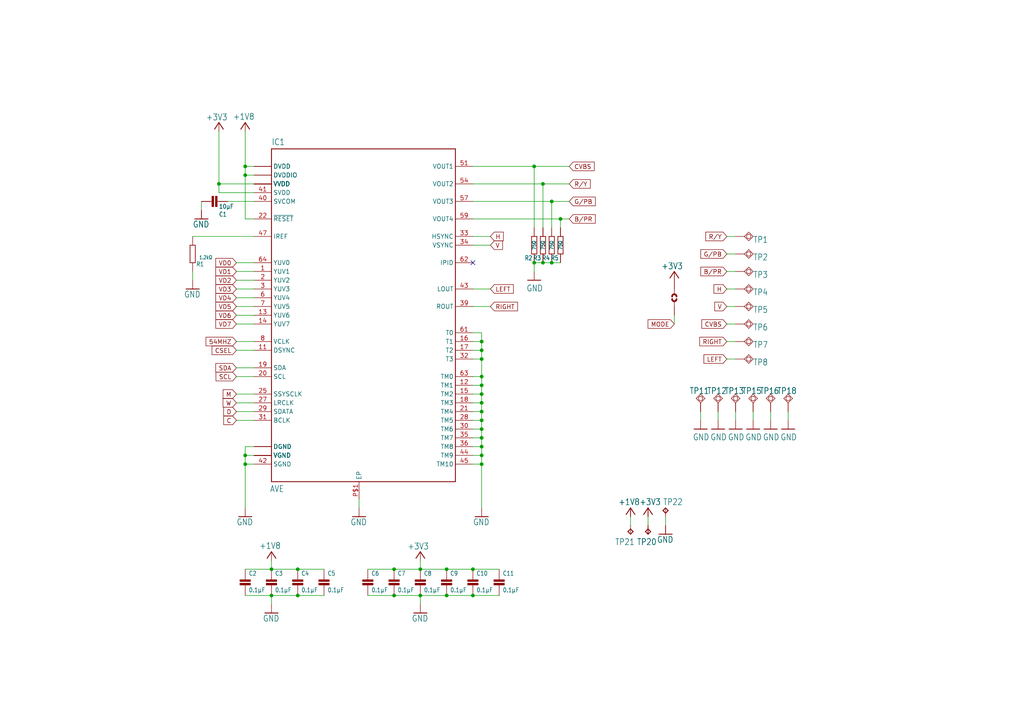
<source format=kicad_sch>
(kicad_sch (version 20240101) (generator "eeschema") (generator_version "8.99")
  (paper "A4")
  (lib_symbols
    (symbol "AVEFlex-eagle-import:+3V3" (power)
      (symbol "+3V3_1_0"
        (polyline (pts (xy 0 0) (xy -1.27 -1.905)) (stroke (width 0.254)))
        (polyline (pts (xy 1.27 -1.905) (xy 0 0)) (stroke (width 0.254)))
        (pin power_in line (at 0 -2.54 90) (length 2.54) (name "+3V3") (number "1"))
      )
    )
    (symbol "AVEFlex-eagle-import:AVE"
      (property "Reference" "IC" (at -25.4 49.276 0))
      (symbol "AVE_1_0"
        (polyline (pts (xy -25.4 -48.26) (xy -25.4 48.26)) (stroke (width 0.254)))
        (polyline (pts (xy -25.4 48.26) (xy 27.94 48.26)) (stroke (width 0.254)))
        (polyline (pts (xy 27.94 -48.26) (xy -25.4 -48.26)) (stroke (width 0.254)))
        (polyline (pts (xy 27.94 48.26) (xy 27.94 -48.26)) (stroke (width 0.254)))
        (pin bidirectional line (at -30.48 12.7 0) (length 5.08) (name "YUV1") (number "1"))
        (pin bidirectional line (at -30.48 -38.1 0) (length 5.08) (name "DGND") (number "10"))
        (pin bidirectional line (at -30.48 -10.16 0) (length 5.08) (name "DSYNC") (number "11"))
        (pin bidirectional line (at 33.02 -20.32 180) (length 5.08) (name "TM1") (number "12"))
        (pin bidirectional line (at -30.48 0 0) (length 5.08) (name "YUV6") (number "13"))
        (pin bidirectional line (at -30.48 -2.54 0) (length 5.08) (name "YUV7") (number "14"))
        (pin bidirectional line (at 33.02 -22.86 180) (length 5.08) (name "TM2") (number "15"))
        (pin bidirectional line (at 33.02 -7.62 180) (length 5.08) (name "T1") (number "16"))
        (pin bidirectional line (at 33.02 -10.16 180) (length 5.08) (name "T2") (number "17"))
        (pin bidirectional line (at 33.02 -25.4 180) (length 5.08) (name "TM3") (number "18"))
        (pin bidirectional line (at -30.48 -15.24 0) (length 5.08) (name "SDA") (number "19"))
        (pin bidirectional line (at -30.48 10.16 0) (length 5.08) (name "YUV2") (number "2"))
        (pin bidirectional line (at -30.48 -17.78 0) (length 5.08) (name "SCL") (number "20"))
        (pin bidirectional line (at 33.02 -27.94 180) (length 5.08) (name "TM4") (number "21"))
        (pin bidirectional line (at -30.48 27.94 0) (length 5.08) (name "~{RESET}") (number "22"))
        (pin bidirectional line (at -30.48 43.18 0) (length 5.08) (name "DVDD") (number "23"))
        (pin bidirectional line (at -30.48 -38.1 0) (length 5.08) (name "DGND") (number "24"))
        (pin bidirectional line (at -30.48 -22.86 0) (length 5.08) (name "SSYSCLK") (number "25"))
        (pin bidirectional line (at -30.48 40.64 0) (length 5.08) (name "DVDDIO") (number "26"))
        (pin bidirectional line (at -30.48 -25.4 0) (length 5.08) (name "LRCLK") (number "27"))
        (pin bidirectional line (at 33.02 -30.48 180) (length 5.08) (name "TM5") (number "28"))
        (pin bidirectional line (at -30.48 -27.94 0) (length 5.08) (name "SDATA") (number "29"))
        (pin bidirectional line (at -30.48 7.62 0) (length 5.08) (name "YUV3") (number "3"))
        (pin bidirectional line (at 33.02 -33.02 180) (length 5.08) (name "TM6") (number "30"))
        (pin bidirectional line (at -30.48 -30.48 0) (length 5.08) (name "BCLK") (number "31"))
        (pin bidirectional line (at 33.02 -12.7 180) (length 5.08) (name "T3") (number "32"))
        (pin bidirectional line (at 33.02 22.86 180) (length 5.08) (name "HSYNC") (number "33"))
        (pin bidirectional line (at 33.02 20.32 180) (length 5.08) (name "VSYNC") (number "34"))
        (pin bidirectional line (at 33.02 -35.56 180) (length 5.08) (name "TM7") (number "35"))
        (pin bidirectional line (at 33.02 -38.1 180) (length 5.08) (name "TM8") (number "36"))
        (pin bidirectional line (at -30.48 38.1 0) (length 5.08) (name "VVDD") (number "37"))
        (pin bidirectional line (at -30.48 -40.64 0) (length 5.08) (name "VGND") (number "38"))
        (pin bidirectional line (at 33.02 2.54 180) (length 5.08) (name "ROUT") (number "39"))
        (pin bidirectional line (at -30.48 40.64 0) (length 5.08) (name "DVDDIO") (number "4"))
        (pin bidirectional line (at -30.48 33.02 0) (length 5.08) (name "SVCOM") (number "40"))
        (pin bidirectional line (at -30.48 35.56 0) (length 5.08) (name "SVDD") (number "41"))
        (pin bidirectional line (at -30.48 -43.18 0) (length 5.08) (name "SGND") (number "42"))
        (pin bidirectional line (at 33.02 7.62 180) (length 5.08) (name "LOUT") (number "43"))
        (pin bidirectional line (at 33.02 -40.64 180) (length 5.08) (name "TM9") (number "44"))
        (pin bidirectional line (at 33.02 -43.18 180) (length 5.08) (name "TM10") (number "45"))
        (pin bidirectional line (at -30.48 38.1 0) (length 5.08) (name "VVDD") (number "46"))
        (pin bidirectional line (at -30.48 22.86 0) (length 5.08) (name "IREF") (number "47"))
        (pin bidirectional line (at -30.48 -40.64 0) (length 5.08) (name "VGND") (number "48"))
        (pin bidirectional line (at -30.48 -40.64 0) (length 5.08) (name "VGND") (number "49"))
        (pin bidirectional line (at -30.48 -38.1 0) (length 5.08) (name "DGND") (number "5"))
        (pin bidirectional line (at -30.48 38.1 0) (length 5.08) (name "VVDD") (number "50"))
        (pin bidirectional line (at 33.02 43.18 180) (length 5.08) (name "VOUT1") (number "51"))
        (pin bidirectional line (at -30.48 -40.64 0) (length 5.08) (name "VGND") (number "52"))
        (pin bidirectional line (at -30.48 38.1 0) (length 5.08) (name "VVDD") (number "53"))
        (pin bidirectional line (at 33.02 38.1 180) (length 5.08) (name "VOUT2") (number "54"))
        (pin bidirectional line (at -30.48 -40.64 0) (length 5.08) (name "VGND") (number "55"))
        (pin bidirectional line (at -30.48 38.1 0) (length 5.08) (name "VVDD") (number "56"))
        (pin bidirectional line (at 33.02 33.02 180) (length 5.08) (name "VOUT3") (number "57"))
        (pin bidirectional line (at -30.48 -40.64 0) (length 5.08) (name "VGND") (number "58"))
        (pin bidirectional line (at 33.02 27.94 180) (length 5.08) (name "VOUT4") (number "59"))
        (pin bidirectional line (at -30.48 5.08 0) (length 5.08) (name "YUV4") (number "6"))
        (pin bidirectional line (at -30.48 38.1 0) (length 5.08) (name "VVDD") (number "60"))
        (pin bidirectional line (at 33.02 -5.08 180) (length 5.08) (name "T0") (number "61"))
        (pin bidirectional line (at 33.02 15.24 180) (length 5.08) (name "IPID") (number "62"))
        (pin bidirectional line (at 33.02 -17.78 180) (length 5.08) (name "TM0") (number "63"))
        (pin bidirectional line (at -30.48 15.24 0) (length 5.08) (name "YUV0") (number "64"))
        (pin bidirectional line (at -30.48 2.54 0) (length 5.08) (name "YUV5") (number "7"))
        (pin bidirectional line (at -30.48 -7.62 0) (length 5.08) (name "VCLK") (number "8"))
        (pin bidirectional line (at -30.48 43.18 0) (length 5.08) (name "DVDD") (number "9"))
        (pin bidirectional line (at 0 -53.34 90) (length 5.08) (name "EP") (number "P$1"))
      )
    )
    (symbol "AVEFlex-eagle-import:C-USC0402"
      (property "Reference" "C" (at 1.016 0.635 0))
      (symbol "C-USC0402_1_0"
        (rectangle (start -1.524 -2.032) (end 1.524 -1.524) (fill (type outline)))
        (rectangle (start -1.524 -1.016) (end 1.524 -0.508) (fill (type outline)))
        (polyline (pts (xy 0 -2.54) (xy 0 -2.032)) (stroke (width 0.1524)))
        (polyline (pts (xy 0 0) (xy 0 -0.508)) (stroke (width 0.1524)))
        (pin passive line (at 0 2.54 270) (length 2.54) (name "1") (number "1"))
        (pin passive line (at 0 -5.08 90) (length 2.54) (name "2") (number "2"))
      )
    )
    (symbol "AVEFlex-eagle-import:C-USC0603"
      (property "Reference" "C" (at 1.016 0.635 0))
      (symbol "C-USC0603_1_0"
        (rectangle (start -1.524 -2.032) (end 1.524 -1.524) (fill (type outline)))
        (rectangle (start -1.524 -1.016) (end 1.524 -0.508) (fill (type outline)))
        (polyline (pts (xy 0 -2.54) (xy 0 -2.032)) (stroke (width 0.1524)))
        (polyline (pts (xy 0 0) (xy 0 -0.508)) (stroke (width 0.1524)))
        (pin passive line (at 0 2.54 270) (length 2.54) (name "1") (number "1"))
        (pin passive line (at 0 -5.08 90) (length 2.54) (name "2") (number "2"))
      )
    )
    (symbol "AVEFlex-eagle-import:GND" (power)
      (symbol "GND_1_0"
        (polyline (pts (xy -1.905 0) (xy 1.905 0)) (stroke (width 0.254)))
        (pin power_in line (at 0 2.54 270) (length 2.54) (name "GND") (number "1"))
      )
    )
    (symbol "AVEFlex-eagle-import:JUMPER-SMT_2_NO_SILK"
      (symbol "JUMPER-SMT_2_NO_SILK_1_0"
        (arc (start -0.3808 0.635) (mid -1.0159 0.0001) (end -0.381 -0.635) (stroke (width 0.5)))
        (polyline (pts (xy -2.54 0) (xy -1.27 0)) (stroke (width 0.1524)))
        (polyline (pts (xy 2.54 0) (xy 1.27 0)) (stroke (width 0.1524)))
        (arc (start 0.3808 -0.635) (mid 1.0159 -0.0001) (end 0.381 0.635) (stroke (width 0.5)))
        (pin passive line (at -5.08 0 0) (length 2.54) (name "1") (number "1"))
        (pin passive line (at 5.08 0 180) (length 2.54) (name "2") (number "2"))
      )
    )
    (symbol "AVEFlex-eagle-import:R-US_R0402"
      (property "Reference" "R" (at -3.048 0.4826 0))
      (symbol "R-US_R0402_1_0"
        (polyline (pts (xy -2.54 -0.762) (xy -2.54 0.762)) (stroke (width 0.2032)))
        (polyline (pts (xy -2.54 0.762) (xy 2.54 0.762)) (stroke (width 0.2032)))
        (polyline (pts (xy 2.54 -0.762) (xy -2.54 -0.762)) (stroke (width 0.2032)))
        (polyline (pts (xy 2.54 0.762) (xy 2.54 -0.762)) (stroke (width 0.2032)))
        (pin passive line (at -5.08 0 0) (length 2.54) (name "1") (number "1"))
        (pin passive line (at 5.08 0 180) (length 2.54) (name "2") (number "2"))
      )
    )
    (symbol "AVEFlex-eagle-import:TPSQTP10R"
      (property "Reference" "TP" (at -2.54 -4.445 0))
      (symbol "TPSQTP10R_1_0"
        (circle (center 0 -1.27) (radius 0.635) (stroke (width 0.1524)))
        (polyline (pts (xy -1.27 -1.27) (xy 0 -2.54)) (stroke (width 0.1524)))
        (polyline (pts (xy 0 -2.54) (xy 1.27 -1.27)) (stroke (width 0.1524)))
        (polyline (pts (xy 0 0) (xy -1.27 -1.27)) (stroke (width 0.1524)))
        (polyline (pts (xy 1.27 -1.27) (xy 0 0)) (stroke (width 0.1524)))
        (pin input line (at 0 2.54 270) (length 2.54) (name "TP") (number "TP"))
      )
    )
    (symbol "AVEFlex-eagle-import:TPTP10SQ"
      (property "Reference" "TP" (at -1.27 1.27 0))
      (symbol "TPTP10SQ_1_0"
        (polyline (pts (xy -0.762 -0.762) (xy 0 0)) (stroke (width 0.254)))
        (polyline (pts (xy 0 -1.524) (xy -0.762 -0.762)) (stroke (width 0.254)))
        (polyline (pts (xy 0 0) (xy 0.762 -0.762)) (stroke (width 0.254)))
        (polyline (pts (xy 0.762 -0.762) (xy 0 -1.524)) (stroke (width 0.254)))
        (pin input line (at 0 -2.54 90) (length 2.54) (name "TP") (number "TP"))
      )
    )
    (symbol "AVEFlex-eagle-import:V+" (power)
      (symbol "V+_1_0"
        (polyline (pts (xy 0 0) (xy -1.27 -1.905)) (stroke (width 0.254)))
        (polyline (pts (xy 1.27 -1.905) (xy 0 0)) (stroke (width 0.254)))
        (pin power_in line (at 0 -2.54 90) (length 2.54) (name "V+") (number "1"))
      )
    )
  )
  (junction (at 154.94 76.2))
  (junction (at 86.36 165.1))
  (junction (at 129.54 165.1))
  (junction (at 139.7 124.46))
  (junction (at 154.94 48.26))
  (junction (at 139.7 114.3))
  (junction (at 114.3 165.1))
  (junction (at 139.7 101.6))
  (junction (at 139.7 99.06))
  (junction (at 86.36 172.72))
  (junction (at 139.7 104.14))
  (junction (at 139.7 127))
  (junction (at 139.7 132.08))
  (junction (at 160.02 58.42))
  (junction (at 139.7 109.22))
  (junction (at 139.7 111.76))
  (junction (at 121.92 172.72))
  (junction (at 139.7 134.62))
  (junction (at 78.74 165.1))
  (junction (at 139.7 129.54))
  (junction (at 137.16 172.72))
  (junction (at 137.16 165.1))
  (junction (at 114.3 172.72))
  (junction (at 71.12 50.8))
  (junction (at 121.92 165.1))
  (junction (at 139.7 121.92))
  (junction (at 139.7 116.84))
  (junction (at 157.48 76.2))
  (junction (at 157.48 53.34))
  (junction (at 162.56 63.5))
  (junction (at 71.12 132.08))
  (junction (at 160.02 76.2))
  (junction (at 139.7 119.38))
  (junction (at 78.74 172.72))
  (junction (at 71.12 48.26))
  (junction (at 63.5 53.34))
  (junction (at 129.54 172.72))
  (junction (at 71.12 134.62))
  (no_connect (at 137.16 76.2))
  (wire (pts (xy 78.74 172.72) (xy 78.74 175.26)) (stroke (width 0.1524)))
  (wire (pts (xy 195.58 91.44) (xy 195.58 93.98)) (stroke (width 0.1524)))
  (wire (pts (xy 137.16 116.84) (xy 139.7 116.84)) (stroke (width 0.1524)))
  (wire (pts (xy 137.16 172.72) (xy 129.54 172.72)) (stroke (width 0.1524)))
  (wire (pts (xy 73.66 76.2) (xy 68.58 76.2)) (stroke (width 0.1524)))
  (wire (pts (xy 71.12 147.32) (xy 71.12 134.62)) (stroke (width 0.1524)))
  (wire (pts (xy 71.12 132.08) (xy 71.12 134.62)) (stroke (width 0.1524)))
  (wire (pts (xy 218.44 119.38) (xy 218.44 121.92)) (stroke (width 0.1524)))
  (wire (pts (xy 71.12 48.26) (xy 71.12 38.1)) (stroke (width 0.1524)))
  (wire (pts (xy 182.88 152.4) (xy 182.88 149.86)) (stroke (width 0.1524)))
  (wire (pts (xy 139.7 127) (xy 139.7 124.46)) (stroke (width 0.1524)))
  (wire (pts (xy 71.12 165.1) (xy 78.74 165.1)) (stroke (width 0.1524)))
  (wire (pts (xy 213.36 78.74) (xy 210.82 78.74)) (stroke (width 0.1524)))
  (wire (pts (xy 137.16 68.58) (xy 142.24 68.58)) (stroke (width 0.1524)))
  (wire (pts (xy 63.5 55.88) (xy 63.5 53.34)) (stroke (width 0.1524)))
  (wire (pts (xy 104.14 147.32) (xy 104.14 144.78)) (stroke (width 0.1524)))
  (wire (pts (xy 193.04 152.4) (xy 193.04 149.86)) (stroke (width 0.1524)))
  (wire (pts (xy 160.02 66.04) (xy 160.02 58.42)) (stroke (width 0.1524)))
  (wire (pts (xy 157.48 53.34) (xy 165.1 53.34)) (stroke (width 0.1524)))
  (wire (pts (xy 154.94 48.26) (xy 165.1 48.26)) (stroke (width 0.1524)))
  (wire (pts (xy 162.56 63.5) (xy 165.1 63.5)) (stroke (width 0.1524)))
  (wire (pts (xy 137.16 48.26) (xy 154.94 48.26)) (stroke (width 0.1524)))
  (wire (pts (xy 106.68 165.1) (xy 114.3 165.1)) (stroke (width 0.1524)))
  (wire (pts (xy 137.16 104.14) (xy 139.7 104.14)) (stroke (width 0.1524)))
  (wire (pts (xy 137.16 127) (xy 139.7 127)) (stroke (width 0.1524)))
  (wire (pts (xy 139.7 104.14) (xy 139.7 101.6)) (stroke (width 0.1524)))
  (wire (pts (xy 157.48 66.04) (xy 157.48 53.34)) (stroke (width 0.1524)))
  (wire (pts (xy 93.98 165.1) (xy 86.36 165.1)) (stroke (width 0.1524)))
  (wire (pts (xy 73.66 63.5) (xy 71.12 63.5)) (stroke (width 0.1524)))
  (wire (pts (xy 187.96 152.4) (xy 187.96 149.86)) (stroke (width 0.1524)))
  (wire (pts (xy 137.16 101.6) (xy 139.7 101.6)) (stroke (width 0.1524)))
  (wire (pts (xy 137.16 124.46) (xy 139.7 124.46)) (stroke (width 0.1524)))
  (wire (pts (xy 213.36 73.66) (xy 210.82 73.66)) (stroke (width 0.1524)))
  (wire (pts (xy 139.7 109.22) (xy 139.7 104.14)) (stroke (width 0.1524)))
  (wire (pts (xy 121.92 172.72) (xy 129.54 172.72)) (stroke (width 0.1524)))
  (wire (pts (xy 73.66 48.26) (xy 71.12 48.26)) (stroke (width 0.1524)))
  (wire (pts (xy 139.7 116.84) (xy 139.7 114.3)) (stroke (width 0.1524)))
  (wire (pts (xy 63.5 53.34) (xy 63.5 38.1)) (stroke (width 0.1524)))
  (wire (pts (xy 139.7 132.08) (xy 139.7 129.54)) (stroke (width 0.1524)))
  (wire (pts (xy 137.16 111.76) (xy 139.7 111.76)) (stroke (width 0.1524)))
  (wire (pts (xy 73.66 55.88) (xy 63.5 55.88)) (stroke (width 0.1524)))
  (wire (pts (xy 208.28 119.38) (xy 208.28 121.92)) (stroke (width 0.1524)))
  (wire (pts (xy 139.7 121.92) (xy 139.7 119.38)) (stroke (width 0.1524)))
  (wire (pts (xy 73.66 116.84) (xy 68.58 116.84)) (stroke (width 0.1524)))
  (wire (pts (xy 73.66 83.82) (xy 68.58 83.82)) (stroke (width 0.1524)))
  (wire (pts (xy 137.16 119.38) (xy 139.7 119.38)) (stroke (width 0.1524)))
  (wire (pts (xy 73.66 109.22) (xy 68.58 109.22)) (stroke (width 0.1524)))
  (wire (pts (xy 213.36 68.58) (xy 210.82 68.58)) (stroke (width 0.1524)))
  (wire (pts (xy 213.36 88.9) (xy 210.82 88.9)) (stroke (width 0.1524)))
  (wire (pts (xy 71.12 129.54) (xy 71.12 132.08)) (stroke (width 0.1524)))
  (wire (pts (xy 137.16 83.82) (xy 142.24 83.82)) (stroke (width 0.1524)))
  (wire (pts (xy 154.94 66.04) (xy 154.94 48.26)) (stroke (width 0.1524)))
  (wire (pts (xy 55.88 68.58) (xy 73.66 68.58)) (stroke (width 0.1524)))
  (wire (pts (xy 137.16 132.08) (xy 139.7 132.08)) (stroke (width 0.1524)))
  (wire (pts (xy 73.66 91.44) (xy 68.58 91.44)) (stroke (width 0.1524)))
  (wire (pts (xy 137.16 109.22) (xy 139.7 109.22)) (stroke (width 0.1524)))
  (wire (pts (xy 73.66 93.98) (xy 68.58 93.98)) (stroke (width 0.1524)))
  (wire (pts (xy 213.36 99.06) (xy 210.82 99.06)) (stroke (width 0.1524)))
  (wire (pts (xy 73.66 132.08) (xy 71.12 132.08)) (stroke (width 0.1524)))
  (wire (pts (xy 114.3 165.1) (xy 121.92 165.1)) (stroke (width 0.1524)))
  (wire (pts (xy 154.94 76.2) (xy 154.94 78.74)) (stroke (width 0.1524)))
  (wire (pts (xy 78.74 162.56) (xy 78.74 165.1)) (stroke (width 0.1524)))
  (wire (pts (xy 73.66 88.9) (xy 68.58 88.9)) (stroke (width 0.1524)))
  (wire (pts (xy 73.66 114.3) (xy 68.58 114.3)) (stroke (width 0.1524)))
  (wire (pts (xy 121.92 162.56) (xy 121.92 165.1)) (stroke (width 0.1524)))
  (wire (pts (xy 137.16 129.54) (xy 139.7 129.54)) (stroke (width 0.1524)))
  (wire (pts (xy 154.94 76.2) (xy 157.48 76.2)) (stroke (width 0.1524)))
  (wire (pts (xy 66.04 58.42) (xy 73.66 58.42)) (stroke (width 0.1524)))
  (wire (pts (xy 203.2 119.38) (xy 203.2 121.92)) (stroke (width 0.1524)))
  (wire (pts (xy 139.7 129.54) (xy 139.7 127)) (stroke (width 0.1524)))
  (wire (pts (xy 139.7 134.62) (xy 139.7 132.08)) (stroke (width 0.1524)))
  (wire (pts (xy 58.42 60.96) (xy 58.42 58.42)) (stroke (width 0.1524)))
  (wire (pts (xy 160.02 76.2) (xy 162.56 76.2)) (stroke (width 0.1524)))
  (wire (pts (xy 73.66 106.68) (xy 68.58 106.68)) (stroke (width 0.1524)))
  (wire (pts (xy 71.12 172.72) (xy 78.74 172.72)) (stroke (width 0.1524)))
  (wire (pts (xy 213.36 93.98) (xy 210.82 93.98)) (stroke (width 0.1524)))
  (wire (pts (xy 73.66 81.28) (xy 68.58 81.28)) (stroke (width 0.1524)))
  (wire (pts (xy 139.7 124.46) (xy 139.7 121.92)) (stroke (width 0.1524)))
  (wire (pts (xy 137.16 134.62) (xy 139.7 134.62)) (stroke (width 0.1524)))
  (wire (pts (xy 137.16 58.42) (xy 160.02 58.42)) (stroke (width 0.1524)))
  (wire (pts (xy 78.74 165.1) (xy 86.36 165.1)) (stroke (width 0.1524)))
  (wire (pts (xy 73.66 129.54) (xy 71.12 129.54)) (stroke (width 0.1524)))
  (wire (pts (xy 137.16 165.1) (xy 129.54 165.1)) (stroke (width 0.1524)))
  (wire (pts (xy 139.7 111.76) (xy 139.7 109.22)) (stroke (width 0.1524)))
  (wire (pts (xy 73.66 99.06) (xy 68.58 99.06)) (stroke (width 0.1524)))
  (wire (pts (xy 114.3 172.72) (xy 121.92 172.72)) (stroke (width 0.1524)))
  (wire (pts (xy 71.12 63.5) (xy 71.12 50.8)) (stroke (width 0.1524)))
  (wire (pts (xy 73.66 121.92) (xy 68.58 121.92)) (stroke (width 0.1524)))
  (wire (pts (xy 213.36 83.82) (xy 210.82 83.82)) (stroke (width 0.1524)))
  (wire (pts (xy 137.16 53.34) (xy 157.48 53.34)) (stroke (width 0.1524)))
  (wire (pts (xy 55.88 81.28) (xy 55.88 78.74)) (stroke (width 0.1524)))
  (wire (pts (xy 223.52 119.38) (xy 223.52 121.92)) (stroke (width 0.1524)))
  (wire (pts (xy 73.66 101.6) (xy 68.58 101.6)) (stroke (width 0.1524)))
  (wire (pts (xy 106.68 172.72) (xy 114.3 172.72)) (stroke (width 0.1524)))
  (wire (pts (xy 86.36 172.72) (xy 78.74 172.72)) (stroke (width 0.1524)))
  (wire (pts (xy 137.16 172.72) (xy 144.78 172.72)) (stroke (width 0.1524)))
  (wire (pts (xy 139.7 96.52) (xy 137.16 96.52)) (stroke (width 0.1524)))
  (wire (pts (xy 139.7 114.3) (xy 139.7 111.76)) (stroke (width 0.1524)))
  (wire (pts (xy 137.16 114.3) (xy 139.7 114.3)) (stroke (width 0.1524)))
  (wire (pts (xy 73.66 86.36) (xy 68.58 86.36)) (stroke (width 0.1524)))
  (wire (pts (xy 129.54 165.1) (xy 121.92 165.1)) (stroke (width 0.1524)))
  (wire (pts (xy 137.16 88.9) (xy 142.24 88.9)) (stroke (width 0.1524)))
  (wire (pts (xy 139.7 101.6) (xy 139.7 99.06)) (stroke (width 0.1524)))
  (wire (pts (xy 137.16 121.92) (xy 139.7 121.92)) (stroke (width 0.1524)))
  (wire (pts (xy 71.12 50.8) (xy 71.12 48.26)) (stroke (width 0.1524)))
  (wire (pts (xy 121.92 175.26) (xy 121.92 172.72)) (stroke (width 0.1524)))
  (wire (pts (xy 139.7 99.06) (xy 139.7 96.52)) (stroke (width 0.1524)))
  (wire (pts (xy 73.66 78.74) (xy 68.58 78.74)) (stroke (width 0.1524)))
  (wire (pts (xy 86.36 172.72) (xy 93.98 172.72)) (stroke (width 0.1524)))
  (wire (pts (xy 73.66 119.38) (xy 68.58 119.38)) (stroke (width 0.1524)))
  (wire (pts (xy 73.66 50.8) (xy 71.12 50.8)) (stroke (width 0.1524)))
  (wire (pts (xy 213.36 104.14) (xy 210.82 104.14)) (stroke (width 0.1524)))
  (wire (pts (xy 139.7 119.38) (xy 139.7 116.84)) (stroke (width 0.1524)))
  (wire (pts (xy 157.48 76.2) (xy 160.02 76.2)) (stroke (width 0.1524)))
  (wire (pts (xy 228.6 119.38) (xy 228.6 121.92)) (stroke (width 0.1524)))
  (wire (pts (xy 213.36 119.38) (xy 213.36 121.92)) (stroke (width 0.1524)))
  (wire (pts (xy 137.16 71.12) (xy 142.24 71.12)) (stroke (width 0.1524)))
  (wire (pts (xy 144.78 165.1) (xy 137.16 165.1)) (stroke (width 0.1524)))
  (wire (pts (xy 160.02 58.42) (xy 165.1 58.42)) (stroke (width 0.1524)))
  (wire (pts (xy 137.16 63.5) (xy 162.56 63.5)) (stroke (width 0.1524)))
  (wire (pts (xy 162.56 66.04) (xy 162.56 63.5)) (stroke (width 0.1524)))
  (wire (pts (xy 137.16 99.06) (xy 139.7 99.06)) (stroke (width 0.1524)))
  (wire (pts (xy 73.66 134.62) (xy 71.12 134.62)) (stroke (width 0.1524)))
  (wire (pts (xy 139.7 147.32) (xy 139.7 134.62)) (stroke (width 0.1524)))
  (wire (pts (xy 73.66 53.34) (xy 63.5 53.34)) (stroke (width 0.1524)))
  (global_label "C" (shape input) (at 68.58 121.92 180) (property "Intersheetrefs" "${INTERSHEET_REFS}" (effects (hide yes))))
  (global_label "RIGHT" (shape input) (at 142.24 88.9 0) (property "Intersheetrefs" "${INTERSHEET_REFS}" (effects (hide yes))))
  (global_label "MODE" (shape input) (at 195.58 93.98 180) (property "Intersheetrefs" "${INTERSHEET_REFS}" (effects (hide yes))))
  (global_label "G/PB" (shape input) (at 165.1 58.42 0) (property "Intersheetrefs" "${INTERSHEET_REFS}" (effects (hide yes))))
  (global_label "CVBS" (shape input) (at 210.82 93.98 180) (property "Intersheetrefs" "${INTERSHEET_REFS}" (effects (hide yes))))
  (global_label "VD7" (shape input) (at 68.58 93.98 180) (property "Intersheetrefs" "${INTERSHEET_REFS}" (effects (hide yes))))
  (global_label "LEFT" (shape input) (at 142.24 83.82 0) (property "Intersheetrefs" "${INTERSHEET_REFS}" (effects (hide yes))))
  (global_label "M" (shape input) (at 68.58 114.3 180) (property "Intersheetrefs" "${INTERSHEET_REFS}" (effects (hide yes))))
  (global_label "CSEL" (shape input) (at 68.58 101.6 180) (property "Intersheetrefs" "${INTERSHEET_REFS}" (effects (hide yes))))
  (global_label "V" (shape input) (at 142.24 71.12 0) (property "Intersheetrefs" "${INTERSHEET_REFS}" (effects (hide yes))))
  (global_label "R/Y" (shape input) (at 165.1 53.34 0) (property "Intersheetrefs" "${INTERSHEET_REFS}" (effects (hide yes))))
  (global_label "VD2" (shape input) (at 68.58 81.28 180) (property "Intersheetrefs" "${INTERSHEET_REFS}" (effects (hide yes))))
  (global_label "VD3" (shape input) (at 68.58 83.82 180) (property "Intersheetrefs" "${INTERSHEET_REFS}" (effects (hide yes))))
  (global_label "VD4" (shape input) (at 68.58 86.36 180) (property "Intersheetrefs" "${INTERSHEET_REFS}" (effects (hide yes))))
  (global_label "W" (shape input) (at 68.58 116.84 180) (property "Intersheetrefs" "${INTERSHEET_REFS}" (effects (hide yes))))
  (global_label "H" (shape input) (at 142.24 68.58 0) (property "Intersheetrefs" "${INTERSHEET_REFS}" (effects (hide yes))))
  (global_label "B/PR" (shape input) (at 165.1 63.5 0) (property "Intersheetrefs" "${INTERSHEET_REFS}" (effects (hide yes))))
  (global_label "RIGHT" (shape input) (at 210.82 99.06 180) (property "Intersheetrefs" "${INTERSHEET_REFS}" (effects (hide yes))))
  (global_label "B/PR" (shape input) (at 210.82 78.74 180) (property "Intersheetrefs" "${INTERSHEET_REFS}" (effects (hide yes))))
  (global_label "SDA" (shape input) (at 68.58 106.68 180) (property "Intersheetrefs" "${INTERSHEET_REFS}" (effects (hide yes))))
  (global_label "VD1" (shape input) (at 68.58 78.74 180) (property "Intersheetrefs" "${INTERSHEET_REFS}" (effects (hide yes))))
  (global_label "V" (shape input) (at 210.82 88.9 180) (property "Intersheetrefs" "${INTERSHEET_REFS}" (effects (hide yes))))
  (global_label "H" (shape input) (at 210.82 83.82 180) (property "Intersheetrefs" "${INTERSHEET_REFS}" (effects (hide yes))))
  (global_label "VD5" (shape input) (at 68.58 88.9 180) (property "Intersheetrefs" "${INTERSHEET_REFS}" (effects (hide yes))))
  (global_label "VD0" (shape input) (at 68.58 76.2 180) (property "Intersheetrefs" "${INTERSHEET_REFS}" (effects (hide yes))))
  (global_label "LEFT" (shape input) (at 210.82 104.14 180) (property "Intersheetrefs" "${INTERSHEET_REFS}" (effects (hide yes))))
  (global_label "VD6" (shape input) (at 68.58 91.44 180) (property "Intersheetrefs" "${INTERSHEET_REFS}" (effects (hide yes))))
  (global_label "R/Y" (shape input) (at 210.82 68.58 180) (property "Intersheetrefs" "${INTERSHEET_REFS}" (effects (hide yes))))
  (global_label "SCL" (shape input) (at 68.58 109.22 180) (property "Intersheetrefs" "${INTERSHEET_REFS}" (effects (hide yes))))
  (global_label "D" (shape input) (at 68.58 119.38 180) (property "Intersheetrefs" "${INTERSHEET_REFS}" (effects (hide yes))))
  (global_label "CVBS" (shape input) (at 165.1 48.26 0) (property "Intersheetrefs" "${INTERSHEET_REFS}" (effects (hide yes))))
  (global_label "54MHZ" (shape input) (at 68.58 99.06 180) (property "Intersheetrefs" "${INTERSHEET_REFS}" (effects (hide yes))))
  (global_label "G/PB" (shape input) (at 210.82 73.66 180) (property "Intersheetrefs" "${INTERSHEET_REFS}" (effects (hide yes))))
  (symbol (lib_id "AVEFlex-eagle-import:C-USC0402") (at 93.98 167.64 0) (unit 1)
    (property "Reference" "C5" (at 94.996 167.005 0) (effects (font (size 1.27 1.0795)) (justify left bottom)))
    (property "Value" "0.1µF" (at 94.996 171.831 0) (effects (font (size 1.27 1.0795)) (justify left bottom)))
    (property "Footprint" "AVEFlex:C0402" (effects (hide yes)))
  )
  (symbol (lib_id "AVEFlex-eagle-import:GND") (at 104.14 149.86 0) (unit 1)
    (property "Reference" "#GND010" (effects (hide yes)))
    (property "Value" "GND" (at 101.6 152.4 0) (effects (font (size 1.778 1.5113)) (justify left bottom)))
  )
  (symbol (lib_id "AVEFlex-eagle-import:TPSQTP10R") (at 215.9 68.58 90) (unit 1)
    (property "Reference" "TP1" (at 218.44 70.485 90) (effects (font (size 1.778 1.5113)) (justify right top)))
    (property "Value" "TPSQTP10R" (effects (hide yes)))
    (property "Footprint" "AVEFlex:TP10R" (effects (hide yes)))
    (property "Description" "Test pad" (effects (hide yes)))
  )
  (symbol (lib_id "AVEFlex-eagle-import:TPSQTP10R") (at 213.36 116.84 180) (unit 1)
    (property "Reference" "TP13" (at 215.9 112.395 0) (effects (font (size 1.778 1.5113)) (justify left bottom)))
    (property "Value" "TPSQTP10R" (effects (hide yes)))
    (property "Footprint" "AVEFlex:TP10R" (effects (hide yes)))
    (property "Description" "Test pad" (effects (hide yes)))
  )
  (symbol (lib_id "AVEFlex-eagle-import:C-USC0402") (at 144.78 167.64 0) (unit 1)
    (property "Reference" "C11" (at 145.796 167.005 0) (effects (font (size 1.27 1.0795)) (justify left bottom)))
    (property "Value" "0.1µF" (at 145.796 171.831 0) (effects (font (size 1.27 1.0795)) (justify left bottom)))
    (property "Footprint" "AVEFlex:C0402" (effects (hide yes)))
  )
  (symbol (lib_id "AVEFlex-eagle-import:GND") (at 139.7 149.86 0) (unit 1)
    (property "Reference" "#GND013" (effects (hide yes)))
    (property "Value" "GND" (at 137.16 152.4 0) (effects (font (size 1.778 1.5113)) (justify left bottom)))
  )
  (symbol (lib_id "AVEFlex-eagle-import:C-USC0402") (at 106.68 167.64 0) (unit 1)
    (property "Reference" "C6" (at 107.696 167.005 0) (effects (font (size 1.27 1.0795)) (justify left bottom)))
    (property "Value" "0.1µF" (at 107.696 171.831 0) (effects (font (size 1.27 1.0795)) (justify left bottom)))
    (property "Footprint" "AVEFlex:C0402" (effects (hide yes)))
  )
  (symbol (lib_id "AVEFlex-eagle-import:JUMPER-SMT_2_NO_SILK") (at 195.58 86.36 90) (unit 1)
    (property "Reference" "JP1" (effects (hide yes)))
    (property "Value" "JUMPER-SMT_2_NO_SILK" (effects (hide yes)))
    (property "Footprint" "AVEFlex:SMT-JUMPER_2_NO_SILK" (effects (hide yes)))
  )
  (symbol (lib_id "AVEFlex-eagle-import:TPSQTP10R") (at 208.28 116.84 180) (unit 1)
    (property "Reference" "TP12" (at 210.82 112.395 0) (effects (font (size 1.778 1.5113)) (justify left bottom)))
    (property "Value" "TPSQTP10R" (effects (hide yes)))
    (property "Footprint" "AVEFlex:TP10R" (effects (hide yes)))
    (property "Description" "Test pad" (effects (hide yes)))
  )
  (symbol (lib_id "AVEFlex-eagle-import:R-US_R0402") (at 154.94 71.12 90) (mirror x) (unit 1)
    (property "Reference" "R2" (at 154.432 74.1426 90) (effects (font (size 1.27 1.0795)) (justify left top)))
    (property "Value" "75Ω" (at 154.94 71.12 0) (effects (font (size 1.016 0.8636))))
    (property "Footprint" "AVEFlex:R0402" (effects (hide yes)))
  )
  (symbol (lib_id "AVEFlex-eagle-import:TPSQTP10R") (at 215.9 78.74 90) (unit 1)
    (property "Reference" "TP3" (at 218.44 80.645 90) (effects (font (size 1.778 1.5113)) (justify right top)))
    (property "Value" "TPSQTP10R" (effects (hide yes)))
    (property "Footprint" "AVEFlex:TP10R" (effects (hide yes)))
    (property "Description" "Test pad" (effects (hide yes)))
  )
  (symbol (lib_id "AVEFlex-eagle-import:TPTP10SQ") (at 193.04 147.32 0) (unit 1)
    (property "Reference" "TP22" (at 192.278 146.558 0) (effects (font (size 1.778 1.5113)) (justify left bottom)))
    (property "Value" "TPTP10SQ" (effects (hide yes)))
    (property "Footprint" "AVEFlex:TP10SQ" (effects (hide yes)))
  )
  (symbol (lib_id "AVEFlex-eagle-import:TPSQTP10R") (at 228.6 116.84 180) (unit 1)
    (property "Reference" "TP18" (at 231.14 112.395 0) (effects (font (size 1.778 1.5113)) (justify left bottom)))
    (property "Value" "TPSQTP10R" (effects (hide yes)))
    (property "Footprint" "AVEFlex:TP10R" (effects (hide yes)))
    (property "Description" "Test pad" (effects (hide yes)))
  )
  (symbol (lib_id "AVEFlex-eagle-import:AVE") (at 104.14 91.44 0) (unit 1)
    (property "Reference" "IC1" (at 78.74 42.164 0) (effects (font (size 1.778 1.5113)) (justify left bottom)))
    (property "Value" "AVE" (at 78.232 142.748 0) (effects (font (size 1.778 1.5113)) (justify left bottom)))
    (property "Footprint" "AVEFlex:TQFP64-10X10" (effects (hide yes)))
  )
  (symbol (lib_id "AVEFlex-eagle-import:GND") (at 218.44 124.46 0) (unit 1)
    (property "Reference" "#GND014" (effects (hide yes)))
    (property "Value" "GND" (at 216.154 127.762 0) (effects (font (size 1.778 1.5113)) (justify left bottom)))
  )
  (symbol (lib_id "AVEFlex-eagle-import:TPSQTP10R") (at 215.9 88.9 90) (unit 1)
    (property "Reference" "TP5" (at 218.44 90.805 90) (effects (font (size 1.778 1.5113)) (justify right top)))
    (property "Value" "TPSQTP10R" (effects (hide yes)))
    (property "Footprint" "AVEFlex:TP10R" (effects (hide yes)))
    (property "Description" "Test pad" (effects (hide yes)))
  )
  (symbol (lib_id "AVEFlex-eagle-import:TPSQTP10R") (at 223.52 116.84 180) (unit 1)
    (property "Reference" "TP16" (at 226.06 112.395 0) (effects (font (size 1.778 1.5113)) (justify left bottom)))
    (property "Value" "TPSQTP10R" (effects (hide yes)))
    (property "Footprint" "AVEFlex:TP10R" (effects (hide yes)))
    (property "Description" "Test pad" (effects (hide yes)))
  )
  (symbol (lib_id "AVEFlex-eagle-import:GND") (at 193.04 154.94 0) (unit 1)
    (property "Reference" "#GND018" (effects (hide yes)))
    (property "Value" "GND" (at 190.5 157.48 0) (effects (font (size 1.778 1.5113)) (justify left bottom)))
  )
  (symbol (lib_id "AVEFlex-eagle-import:GND") (at 71.12 149.86 0) (unit 1)
    (property "Reference" "#GND01" (effects (hide yes)))
    (property "Value" "GND" (at 68.58 152.4 0) (effects (font (size 1.778 1.5113)) (justify left bottom)))
  )
  (symbol (lib_id "AVEFlex-eagle-import:C-USC0402") (at 121.92 167.64 0) (unit 1)
    (property "Reference" "C8" (at 122.936 167.005 0) (effects (font (size 1.27 1.0795)) (justify left bottom)))
    (property "Value" "0.1µF" (at 122.936 171.831 0) (effects (font (size 1.27 1.0795)) (justify left bottom)))
    (property "Footprint" "AVEFlex:C0402" (effects (hide yes)))
  )
  (symbol (lib_id "AVEFlex-eagle-import:C-USC0402") (at 137.16 167.64 0) (unit 1)
    (property "Reference" "C10" (at 138.176 167.005 0) (effects (font (size 1.27 1.0795)) (justify left bottom)))
    (property "Value" "0.1µF" (at 138.176 171.831 0) (effects (font (size 1.27 1.0795)) (justify left bottom)))
    (property "Footprint" "AVEFlex:C0402" (effects (hide yes)))
  )
  (symbol (lib_id "AVEFlex-eagle-import:TPSQTP10R") (at 203.2 116.84 180) (unit 1)
    (property "Reference" "TP11" (at 205.74 112.395 0) (effects (font (size 1.778 1.5113)) (justify left bottom)))
    (property "Value" "TPSQTP10R" (effects (hide yes)))
    (property "Footprint" "AVEFlex:TP10R" (effects (hide yes)))
    (property "Description" "Test pad" (effects (hide yes)))
  )
  (symbol (lib_id "AVEFlex-eagle-import:R-US_R0402") (at 160.02 71.12 90) (mirror x) (unit 1)
    (property "Reference" "R4" (at 159.512 74.1426 90) (effects (font (size 1.27 1.0795)) (justify left top)))
    (property "Value" "75Ω" (at 160.02 71.12 0) (effects (font (size 1.016 0.8636))))
    (property "Footprint" "AVEFlex:R0402" (effects (hide yes)))
  )
  (symbol (lib_id "AVEFlex-eagle-import:R-US_R0402") (at 162.56 71.12 90) (mirror x) (unit 1)
    (property "Reference" "R5" (at 162.052 74.1426 90) (effects (font (size 1.27 1.0795)) (justify left top)))
    (property "Value" "75Ω" (at 162.56 71.12 0) (effects (font (size 1.016 0.8636))))
    (property "Footprint" "AVEFlex:R0402" (effects (hide yes)))
  )
  (symbol (lib_id "AVEFlex-eagle-import:TPSQTP10R") (at 215.9 83.82 90) (unit 1)
    (property "Reference" "TP4" (at 218.44 85.725 90) (effects (font (size 1.778 1.5113)) (justify right top)))
    (property "Value" "TPSQTP10R" (effects (hide yes)))
    (property "Footprint" "AVEFlex:TP10R" (effects (hide yes)))
    (property "Description" "Test pad" (effects (hide yes)))
  )
  (symbol (lib_id "AVEFlex-eagle-import:GND") (at 208.28 124.46 0) (unit 1)
    (property "Reference" "#GND011" (effects (hide yes)))
    (property "Value" "GND" (at 205.994 127.762 0) (effects (font (size 1.778 1.5113)) (justify left bottom)))
  )
  (symbol (lib_id "AVEFlex-eagle-import:TPTP10SQ") (at 182.88 154.94 180) (unit 1)
    (property "Reference" "TP21" (at 184.15 156.21 0) (effects (font (size 1.778 1.5113)) (justify left bottom)))
    (property "Value" "TPTP10SQ" (effects (hide yes)))
    (property "Footprint" "AVEFlex:TP10SQ" (effects (hide yes)))
  )
  (symbol (lib_id "AVEFlex-eagle-import:GND") (at 121.92 177.8 0) (unit 1)
    (property "Reference" "#GND05" (effects (hide yes)))
    (property "Value" "GND" (at 119.38 180.34 0) (effects (font (size 1.778 1.5113)) (justify left bottom)))
  )
  (symbol (lib_id "AVEFlex-eagle-import:R-US_R0402") (at 157.48 71.12 90) (mirror x) (unit 1)
    (property "Reference" "R3" (at 156.972 74.1426 90) (effects (font (size 1.27 1.0795)) (justify left top)))
    (property "Value" "75Ω" (at 157.48 71.12 0) (effects (font (size 1.016 0.8636))))
    (property "Footprint" "AVEFlex:R0402" (effects (hide yes)))
  )
  (symbol (lib_id "AVEFlex-eagle-import:+3V3") (at 63.5 35.56 0) (unit 1)
    (property "Reference" "#+3V03" (effects (hide yes)))
    (property "Value" "+3V3" (at 66.04 33.02 0) (effects (font (size 1.778 1.5113)) (justify right top)))
  )
  (symbol (lib_id "AVEFlex-eagle-import:TPSQTP10R") (at 215.9 73.66 90) (unit 1)
    (property "Reference" "TP2" (at 218.44 75.565 90) (effects (font (size 1.778 1.5113)) (justify right top)))
    (property "Value" "TPSQTP10R" (effects (hide yes)))
    (property "Footprint" "AVEFlex:TP10R" (effects (hide yes)))
    (property "Description" "Test pad" (effects (hide yes)))
  )
  (symbol (lib_id "AVEFlex-eagle-import:GND") (at 154.94 81.28 0) (unit 1)
    (property "Reference" "#GND02" (effects (hide yes)))
    (property "Value" "GND" (at 152.654 84.582 0) (effects (font (size 1.778 1.5113)) (justify left bottom)))
  )
  (symbol (lib_id "AVEFlex-eagle-import:TPTP10SQ") (at 187.96 154.94 180) (unit 1)
    (property "Reference" "TP20" (at 190.5 156.21 0) (effects (font (size 1.778 1.5113)) (justify left bottom)))
    (property "Value" "TPTP10SQ" (effects (hide yes)))
    (property "Footprint" "AVEFlex:TP10SQ" (effects (hide yes)))
  )
  (symbol (lib_id "AVEFlex-eagle-import:TPSQTP10R") (at 215.9 104.14 90) (unit 1)
    (property "Reference" "TP8" (at 218.44 106.045 90) (effects (font (size 1.778 1.5113)) (justify right top)))
    (property "Value" "TPSQTP10R" (effects (hide yes)))
    (property "Footprint" "AVEFlex:TP10R" (effects (hide yes)))
    (property "Description" "Test pad" (effects (hide yes)))
  )
  (symbol (lib_id "AVEFlex-eagle-import:R-US_R0402") (at 55.88 73.66 270) (unit 1)
    (property "Reference" "R1" (at 59.182 75.9206 90) (effects (font (size 1.27 1.0795)) (justify right top)))
    (property "Value" "1.2kΩ" (at 59.69 74.676 90) (effects (font (size 1.016 0.8636))))
    (property "Footprint" "AVEFlex:R0402" (effects (hide yes)))
  )
  (symbol (lib_id "AVEFlex-eagle-import:GND") (at 228.6 124.46 0) (unit 1)
    (property "Reference" "#GND017" (effects (hide yes)))
    (property "Value" "GND" (at 226.314 127.762 0) (effects (font (size 1.778 1.5113)) (justify left bottom)))
  )
  (symbol (lib_id "AVEFlex-eagle-import:C-USC0402") (at 86.36 167.64 0) (unit 1)
    (property "Reference" "C4" (at 87.376 167.005 0) (effects (font (size 1.27 1.0795)) (justify left bottom)))
    (property "Value" "0.1µF" (at 87.376 171.831 0) (effects (font (size 1.27 1.0795)) (justify left bottom)))
    (property "Footprint" "AVEFlex:C0402" (effects (hide yes)))
  )
  (symbol (lib_id "AVEFlex-eagle-import:TPSQTP10R") (at 215.9 93.98 90) (unit 1)
    (property "Reference" "TP6" (at 218.44 95.885 90) (effects (font (size 1.778 1.5113)) (justify right top)))
    (property "Value" "TPSQTP10R" (effects (hide yes)))
    (property "Footprint" "AVEFlex:TP10R" (effects (hide yes)))
    (property "Description" "Test pad" (effects (hide yes)))
  )
  (symbol (lib_id "AVEFlex-eagle-import:C-USC0402") (at 71.12 167.64 0) (unit 1)
    (property "Reference" "C2" (at 72.136 167.005 0) (effects (font (size 1.27 1.0795)) (justify left bottom)))
    (property "Value" "0.1µF" (at 72.136 171.831 0) (effects (font (size 1.27 1.0795)) (justify left bottom)))
    (property "Footprint" "AVEFlex:C0402" (effects (hide yes)))
  )
  (symbol (lib_id "AVEFlex-eagle-import:GND") (at 55.88 83.82 0) (unit 1)
    (property "Reference" "#GND06" (effects (hide yes)))
    (property "Value" "GND" (at 53.34 86.36 0) (effects (font (size 1.778 1.5113)) (justify left bottom)))
  )
  (symbol (lib_id "AVEFlex-eagle-import:V+") (at 78.74 160.02 0) (unit 1)
    (property "Reference" "#+1V01" (effects (hide yes)))
    (property "Value" "+1V8" (at 75.184 159.258 0) (effects (font (size 1.778 1.5113)) (justify left bottom)))
  )
  (symbol (lib_id "AVEFlex-eagle-import:V+") (at 71.12 35.56 0) (unit 1)
    (property "Reference" "#+1V02" (effects (hide yes)))
    (property "Value" "+1V8" (at 67.564 34.798 0) (effects (font (size 1.778 1.5113)) (justify left bottom)))
  )
  (symbol (lib_id "AVEFlex-eagle-import:GND") (at 58.42 63.5 0) (unit 1)
    (property "Reference" "#GND08" (effects (hide yes)))
    (property "Value" "GND" (at 55.88 66.04 0) (effects (font (size 1.778 1.5113)) (justify left bottom)))
  )
  (symbol (lib_id "AVEFlex-eagle-import:GND") (at 203.2 124.46 0) (unit 1)
    (property "Reference" "#GND09" (effects (hide yes)))
    (property "Value" "GND" (at 200.914 127.762 0) (effects (font (size 1.778 1.5113)) (justify left bottom)))
  )
  (symbol (lib_id "AVEFlex-eagle-import:+3V3") (at 195.58 78.74 0) (unit 1)
    (property "Reference" "#+3V05" (effects (hide yes)))
    (property "Value" "+3V3" (at 198.12 76.2 0) (effects (font (size 1.778 1.5113)) (justify right top)))
  )
  (symbol (lib_id "AVEFlex-eagle-import:+3V3") (at 187.96 147.32 0) (unit 1)
    (property "Reference" "#+3V04" (effects (hide yes)))
    (property "Value" "+3V3" (at 185.42 146.558 0) (effects (font (size 1.778 1.5113)) (justify left bottom)))
  )
  (symbol (lib_id "AVEFlex-eagle-import:C-USC0402") (at 78.74 167.64 0) (unit 1)
    (property "Reference" "C3" (at 79.756 167.005 0) (effects (font (size 1.27 1.0795)) (justify left bottom)))
    (property "Value" "0.1µF" (at 79.756 171.831 0) (effects (font (size 1.27 1.0795)) (justify left bottom)))
    (property "Footprint" "AVEFlex:C0402" (effects (hide yes)))
  )
  (symbol (lib_id "AVEFlex-eagle-import:TPSQTP10R") (at 218.44 116.84 180) (unit 1)
    (property "Reference" "TP15" (at 220.98 112.395 0) (effects (font (size 1.778 1.5113)) (justify left bottom)))
    (property "Value" "TPSQTP10R" (effects (hide yes)))
    (property "Footprint" "AVEFlex:TP10R" (effects (hide yes)))
    (property "Description" "Test pad" (effects (hide yes)))
  )
  (symbol (lib_id "AVEFlex-eagle-import:C-USC0402") (at 129.54 167.64 0) (unit 1)
    (property "Reference" "C9" (at 130.556 167.005 0) (effects (font (size 1.27 1.0795)) (justify left bottom)))
    (property "Value" "0.1µF" (at 130.556 171.831 0) (effects (font (size 1.27 1.0795)) (justify left bottom)))
    (property "Footprint" "AVEFlex:C0402" (effects (hide yes)))
  )
  (symbol (lib_id "AVEFlex-eagle-import:GND") (at 78.74 177.8 0) (unit 1)
    (property "Reference" "#GND04" (effects (hide yes)))
    (property "Value" "GND" (at 76.2 180.34 0) (effects (font (size 1.778 1.5113)) (justify left bottom)))
  )
  (symbol (lib_id "AVEFlex-eagle-import:C-USC0402") (at 114.3 167.64 0) (unit 1)
    (property "Reference" "C7" (at 115.316 167.005 0) (effects (font (size 1.27 1.0795)) (justify left bottom)))
    (property "Value" "0.1µF" (at 115.316 171.831 0) (effects (font (size 1.27 1.0795)) (justify left bottom)))
    (property "Footprint" "AVEFlex:C0402" (effects (hide yes)))
  )
  (symbol (lib_id "AVEFlex-eagle-import:C-USC0603") (at 63.5 58.42 270) (unit 1)
    (property "Reference" "C1" (at 63.5 62.865 90) (effects (font (size 1.27 1.0795)) (justify left bottom)))
    (property "Value" "10µF" (at 63.5 60.579 90) (effects (font (size 1.27 1.0795)) (justify left bottom)))
    (property "Footprint" "AVEFlex:C0603" (effects (hide yes)))
  )
  (symbol (lib_id "AVEFlex-eagle-import:GND") (at 223.52 124.46 0) (unit 1)
    (property "Reference" "#GND015" (effects (hide yes)))
    (property "Value" "GND" (at 221.234 127.762 0) (effects (font (size 1.778 1.5113)) (justify left bottom)))
  )
  (symbol (lib_id "AVEFlex-eagle-import:V+") (at 182.88 147.32 0) (unit 1)
    (property "Reference" "#+1V03" (effects (hide yes)))
    (property "Value" "+1V8" (at 179.324 146.558 0) (effects (font (size 1.778 1.5113)) (justify left bottom)))
  )
  (symbol (lib_id "AVEFlex-eagle-import:GND") (at 213.36 124.46 0) (unit 1)
    (property "Reference" "#GND012" (effects (hide yes)))
    (property "Value" "GND" (at 211.074 127.762 0) (effects (font (size 1.778 1.5113)) (justify left bottom)))
  )
  (symbol (lib_id "AVEFlex-eagle-import:+3V3") (at 121.92 160.02 0) (unit 1)
    (property "Reference" "#+3V02" (effects (hide yes)))
    (property "Value" "+3V3" (at 124.46 157.48 0) (effects (font (size 1.778 1.5113)) (justify right top)))
  )
  (symbol (lib_id "AVEFlex-eagle-import:TPSQTP10R") (at 215.9 99.06 90) (unit 1)
    (property "Reference" "TP7" (at 218.44 100.965 90) (effects (font (size 1.778 1.5113)) (justify right top)))
    (property "Value" "TPSQTP10R" (effects (hide yes)))
    (property "Footprint" "AVEFlex:TP10R" (effects (hide yes)))
    (property "Description" "Test pad" (effects (hide yes)))
  )
)
</source>
